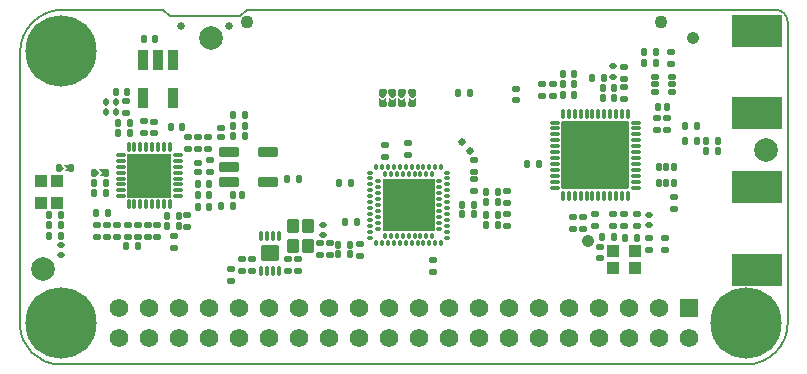
<source format=gbs>
G04*
G04 #@! TF.GenerationSoftware,Altium Limited,CircuitStudio,1.5.2 (30)*
G04*
G04 Layer_Color=8150272*
%FSLAX25Y25*%
%MOIN*%
G70*
G01*
G75*
%ADD53C,0.00500*%
G04:AMPARAMS|DCode=103|XSize=26.38mil|YSize=22.44mil|CornerRadius=6.3mil|HoleSize=0mil|Usage=FLASHONLY|Rotation=180.000|XOffset=0mil|YOffset=0mil|HoleType=Round|Shape=RoundedRectangle|*
%AMROUNDEDRECTD103*
21,1,0.02638,0.00984,0,0,180.0*
21,1,0.01378,0.02244,0,0,180.0*
1,1,0.01260,-0.00689,0.00492*
1,1,0.01260,0.00689,0.00492*
1,1,0.01260,0.00689,-0.00492*
1,1,0.01260,-0.00689,-0.00492*
%
%ADD103ROUNDEDRECTD103*%
G04:AMPARAMS|DCode=104|XSize=26.38mil|YSize=22.44mil|CornerRadius=6.3mil|HoleSize=0mil|Usage=FLASHONLY|Rotation=270.000|XOffset=0mil|YOffset=0mil|HoleType=Round|Shape=RoundedRectangle|*
%AMROUNDEDRECTD104*
21,1,0.02638,0.00984,0,0,270.0*
21,1,0.01378,0.02244,0,0,270.0*
1,1,0.01260,-0.00492,-0.00689*
1,1,0.01260,-0.00492,0.00689*
1,1,0.01260,0.00492,0.00689*
1,1,0.01260,0.00492,-0.00689*
%
%ADD104ROUNDEDRECTD104*%
%ADD107C,0.04137*%
G04:AMPARAMS|DCode=112|XSize=16.93mil|YSize=25.76mil|CornerRadius=2.09mil|HoleSize=0mil|Usage=FLASHONLY|Rotation=180.000|XOffset=0mil|YOffset=0mil|HoleType=Round|Shape=RoundedRectangle|*
%AMROUNDEDRECTD112*
21,1,0.01693,0.02158,0,0,180.0*
21,1,0.01276,0.02576,0,0,180.0*
1,1,0.00417,-0.00638,0.01079*
1,1,0.00417,0.00638,0.01079*
1,1,0.00417,0.00638,-0.01079*
1,1,0.00417,-0.00638,-0.01079*
%
%ADD112ROUNDEDRECTD112*%
G04:AMPARAMS|DCode=113|XSize=16.93mil|YSize=25.76mil|CornerRadius=2.09mil|HoleSize=0mil|Usage=FLASHONLY|Rotation=90.000|XOffset=0mil|YOffset=0mil|HoleType=Round|Shape=RoundedRectangle|*
%AMROUNDEDRECTD113*
21,1,0.01693,0.02158,0,0,90.0*
21,1,0.01276,0.02576,0,0,90.0*
1,1,0.00417,0.01079,0.00638*
1,1,0.00417,0.01079,-0.00638*
1,1,0.00417,-0.01079,-0.00638*
1,1,0.00417,-0.01079,0.00638*
%
%ADD113ROUNDEDRECTD113*%
G04:AMPARAMS|DCode=114|XSize=26.38mil|YSize=20.47mil|CornerRadius=5.81mil|HoleSize=0mil|Usage=FLASHONLY|Rotation=90.000|XOffset=0mil|YOffset=0mil|HoleType=Round|Shape=RoundedRectangle|*
%AMROUNDEDRECTD114*
21,1,0.02638,0.00886,0,0,90.0*
21,1,0.01476,0.02047,0,0,90.0*
1,1,0.01161,0.00443,0.00738*
1,1,0.01161,0.00443,-0.00738*
1,1,0.01161,-0.00443,-0.00738*
1,1,0.01161,-0.00443,0.00738*
%
%ADD114ROUNDEDRECTD114*%
G04:AMPARAMS|DCode=115|XSize=26.38mil|YSize=20.47mil|CornerRadius=5.81mil|HoleSize=0mil|Usage=FLASHONLY|Rotation=0.000|XOffset=0mil|YOffset=0mil|HoleType=Round|Shape=RoundedRectangle|*
%AMROUNDEDRECTD115*
21,1,0.02638,0.00886,0,0,0.0*
21,1,0.01476,0.02047,0,0,0.0*
1,1,0.01161,0.00738,-0.00443*
1,1,0.01161,-0.00738,-0.00443*
1,1,0.01161,-0.00738,0.00443*
1,1,0.01161,0.00738,0.00443*
%
%ADD115ROUNDEDRECTD115*%
%ADD118C,0.07874*%
%ADD119R,0.16796X0.10792*%
G04:AMPARAMS|DCode=122|XSize=24.41mil|YSize=20.47mil|CornerRadius=5.81mil|HoleSize=0mil|Usage=FLASHONLY|Rotation=90.000|XOffset=0mil|YOffset=0mil|HoleType=Round|Shape=RoundedRectangle|*
%AMROUNDEDRECTD122*
21,1,0.02441,0.00886,0,0,90.0*
21,1,0.01280,0.02047,0,0,90.0*
1,1,0.01161,0.00443,0.00640*
1,1,0.01161,0.00443,-0.00640*
1,1,0.01161,-0.00443,-0.00640*
1,1,0.01161,-0.00443,0.00640*
%
%ADD122ROUNDEDRECTD122*%
G04:AMPARAMS|DCode=123|XSize=24.41mil|YSize=20.47mil|CornerRadius=5.81mil|HoleSize=0mil|Usage=FLASHONLY|Rotation=180.000|XOffset=0mil|YOffset=0mil|HoleType=Round|Shape=RoundedRectangle|*
%AMROUNDEDRECTD123*
21,1,0.02441,0.00886,0,0,180.0*
21,1,0.01280,0.02047,0,0,180.0*
1,1,0.01161,-0.00640,0.00443*
1,1,0.01161,0.00640,0.00443*
1,1,0.01161,0.00640,-0.00443*
1,1,0.01161,-0.00640,-0.00443*
%
%ADD123ROUNDEDRECTD123*%
%ADD137C,0.23748*%
%ADD138R,0.06206X0.06206*%
%ADD139C,0.06206*%
%ADD140C,0.02662*%
%ADD142C,0.04300*%
G04:AMPARAMS|DCode=143|XSize=68mil|YSize=33mil|CornerRadius=4.5mil|HoleSize=0mil|Usage=FLASHONLY|Rotation=180.000|XOffset=0mil|YOffset=0mil|HoleType=Round|Shape=RoundedRectangle|*
%AMROUNDEDRECTD143*
21,1,0.06800,0.02400,0,0,180.0*
21,1,0.05900,0.03300,0,0,180.0*
1,1,0.00900,-0.02950,0.01200*
1,1,0.00900,0.02950,0.01200*
1,1,0.00900,0.02950,-0.01200*
1,1,0.00900,-0.02950,-0.01200*
%
%ADD143ROUNDEDRECTD143*%
G04:AMPARAMS|DCode=144|XSize=38.19mil|YSize=46.06mil|CornerRadius=2.26mil|HoleSize=0mil|Usage=FLASHONLY|Rotation=0.000|XOffset=0mil|YOffset=0mil|HoleType=Round|Shape=RoundedRectangle|*
%AMROUNDEDRECTD144*
21,1,0.03819,0.04154,0,0,0.0*
21,1,0.03366,0.04606,0,0,0.0*
1,1,0.00453,0.01683,-0.02077*
1,1,0.00453,-0.01683,-0.02077*
1,1,0.00453,-0.01683,0.02077*
1,1,0.00453,0.01683,0.02077*
%
%ADD144ROUNDEDRECTD144*%
G04:AMPARAMS|DCode=145|XSize=67.96mil|YSize=32.92mil|CornerRadius=3mil|HoleSize=0mil|Usage=FLASHONLY|Rotation=90.000|XOffset=0mil|YOffset=0mil|HoleType=Round|Shape=RoundedRectangle|*
%AMROUNDEDRECTD145*
21,1,0.06796,0.02693,0,0,90.0*
21,1,0.06197,0.03292,0,0,90.0*
1,1,0.00599,0.01347,0.03098*
1,1,0.00599,0.01347,-0.03098*
1,1,0.00599,-0.01347,-0.03098*
1,1,0.00599,-0.01347,0.03098*
%
%ADD145ROUNDEDRECTD145*%
G04:AMPARAMS|DCode=146|XSize=26.38mil|YSize=20.47mil|CornerRadius=5.81mil|HoleSize=0mil|Usage=FLASHONLY|Rotation=225.000|XOffset=0mil|YOffset=0mil|HoleType=Round|Shape=RoundedRectangle|*
%AMROUNDEDRECTD146*
21,1,0.02638,0.00886,0,0,225.0*
21,1,0.01476,0.02047,0,0,225.0*
1,1,0.01161,-0.00835,-0.00209*
1,1,0.01161,0.00209,0.00835*
1,1,0.01161,0.00835,0.00209*
1,1,0.01161,-0.00209,-0.00835*
%
%ADD146ROUNDEDRECTD146*%
G04:AMPARAMS|DCode=147|XSize=28.59mil|YSize=16.78mil|CornerRadius=2.88mil|HoleSize=0mil|Usage=FLASHONLY|Rotation=90.000|XOffset=0mil|YOffset=0mil|HoleType=Round|Shape=RoundedRectangle|*
%AMROUNDEDRECTD147*
21,1,0.02859,0.01102,0,0,90.0*
21,1,0.02284,0.01678,0,0,90.0*
1,1,0.00576,0.00551,0.01142*
1,1,0.00576,0.00551,-0.01142*
1,1,0.00576,-0.00551,-0.01142*
1,1,0.00576,-0.00551,0.01142*
%
%ADD147ROUNDEDRECTD147*%
G04:AMPARAMS|DCode=148|XSize=28.59mil|YSize=16.78mil|CornerRadius=2.88mil|HoleSize=0mil|Usage=FLASHONLY|Rotation=180.000|XOffset=0mil|YOffset=0mil|HoleType=Round|Shape=RoundedRectangle|*
%AMROUNDEDRECTD148*
21,1,0.02859,0.01102,0,0,180.0*
21,1,0.02284,0.01678,0,0,180.0*
1,1,0.00576,-0.01142,0.00551*
1,1,0.00576,0.01142,0.00551*
1,1,0.00576,0.01142,-0.00551*
1,1,0.00576,-0.01142,-0.00551*
%
%ADD148ROUNDEDRECTD148*%
G04:AMPARAMS|DCode=149|XSize=31.53mil|YSize=13.81mil|CornerRadius=3.95mil|HoleSize=0mil|Usage=FLASHONLY|Rotation=270.000|XOffset=0mil|YOffset=0mil|HoleType=Round|Shape=RoundedRectangle|*
%AMROUNDEDRECTD149*
21,1,0.03153,0.00591,0,0,270.0*
21,1,0.02363,0.01381,0,0,270.0*
1,1,0.00791,-0.00295,-0.01181*
1,1,0.00791,-0.00295,0.01181*
1,1,0.00791,0.00295,0.01181*
1,1,0.00791,0.00295,-0.01181*
%
%ADD149ROUNDEDRECTD149*%
G04:AMPARAMS|DCode=150|XSize=59.09mil|YSize=55.15mil|CornerRadius=6.32mil|HoleSize=0mil|Usage=FLASHONLY|Rotation=180.000|XOffset=0mil|YOffset=0mil|HoleType=Round|Shape=RoundedRectangle|*
%AMROUNDEDRECTD150*
21,1,0.05909,0.04252,0,0,180.0*
21,1,0.04646,0.05515,0,0,180.0*
1,1,0.01263,-0.02323,0.02126*
1,1,0.01263,0.02323,0.02126*
1,1,0.01263,0.02323,-0.02126*
1,1,0.01263,-0.02323,-0.02126*
%
%ADD150ROUNDEDRECTD150*%
G04:AMPARAMS|DCode=151|XSize=18.75mil|YSize=11.66mil|CornerRadius=2.37mil|HoleSize=0mil|Usage=FLASHONLY|Rotation=180.000|XOffset=0mil|YOffset=0mil|HoleType=Round|Shape=RoundedRectangle|*
%AMROUNDEDRECTD151*
21,1,0.01875,0.00693,0,0,180.0*
21,1,0.01402,0.01166,0,0,180.0*
1,1,0.00473,-0.00701,0.00347*
1,1,0.00473,0.00701,0.00347*
1,1,0.00473,0.00701,-0.00347*
1,1,0.00473,-0.00701,-0.00347*
%
%ADD151ROUNDEDRECTD151*%
G04:AMPARAMS|DCode=152|XSize=18.75mil|YSize=11.66mil|CornerRadius=2.37mil|HoleSize=0mil|Usage=FLASHONLY|Rotation=90.000|XOffset=0mil|YOffset=0mil|HoleType=Round|Shape=RoundedRectangle|*
%AMROUNDEDRECTD152*
21,1,0.01875,0.00693,0,0,90.0*
21,1,0.01402,0.01166,0,0,90.0*
1,1,0.00473,0.00347,0.00701*
1,1,0.00473,0.00347,-0.00701*
1,1,0.00473,-0.00347,-0.00701*
1,1,0.00473,-0.00347,0.00701*
%
%ADD152ROUNDEDRECTD152*%
G04:AMPARAMS|DCode=153|XSize=176.23mil|YSize=176.23mil|CornerRadius=5.83mil|HoleSize=0mil|Usage=FLASHONLY|Rotation=180.000|XOffset=0mil|YOffset=0mil|HoleType=Round|Shape=RoundedRectangle|*
%AMROUNDEDRECTD153*
21,1,0.17623,0.16457,0,0,180.0*
21,1,0.16457,0.17623,0,0,180.0*
1,1,0.01166,-0.08228,0.08228*
1,1,0.01166,0.08228,0.08228*
1,1,0.01166,0.08228,-0.08228*
1,1,0.01166,-0.08228,-0.08228*
%
%ADD153ROUNDEDRECTD153*%
G04:AMPARAMS|DCode=154|XSize=36.47mil|YSize=14.81mil|CornerRadius=6.22mil|HoleSize=0mil|Usage=FLASHONLY|Rotation=180.000|XOffset=0mil|YOffset=0mil|HoleType=Round|Shape=RoundedRectangle|*
%AMROUNDEDRECTD154*
21,1,0.03647,0.00236,0,0,180.0*
21,1,0.02402,0.01481,0,0,180.0*
1,1,0.01245,-0.01201,0.00118*
1,1,0.01245,0.01201,0.00118*
1,1,0.01245,0.01201,-0.00118*
1,1,0.01245,-0.01201,-0.00118*
%
%ADD154ROUNDEDRECTD154*%
G04:AMPARAMS|DCode=155|XSize=36.47mil|YSize=14.81mil|CornerRadius=6.22mil|HoleSize=0mil|Usage=FLASHONLY|Rotation=90.000|XOffset=0mil|YOffset=0mil|HoleType=Round|Shape=RoundedRectangle|*
%AMROUNDEDRECTD155*
21,1,0.03647,0.00236,0,0,90.0*
21,1,0.02402,0.01481,0,0,90.0*
1,1,0.01245,0.00118,0.01201*
1,1,0.01245,0.00118,-0.01201*
1,1,0.01245,-0.00118,-0.01201*
1,1,0.01245,-0.00118,0.01201*
%
%ADD155ROUNDEDRECTD155*%
G04:AMPARAMS|DCode=156|XSize=227.41mil|YSize=227.41mil|CornerRadius=7.11mil|HoleSize=0mil|Usage=FLASHONLY|Rotation=90.000|XOffset=0mil|YOffset=0mil|HoleType=Round|Shape=RoundedRectangle|*
%AMROUNDEDRECTD156*
21,1,0.22741,0.21319,0,0,90.0*
21,1,0.21319,0.22741,0,0,90.0*
1,1,0.01422,0.10659,0.10659*
1,1,0.01422,0.10659,-0.10659*
1,1,0.01422,-0.10659,-0.10659*
1,1,0.01422,-0.10659,0.10659*
%
%ADD156ROUNDEDRECTD156*%
%ADD157R,0.14867X0.14867*%
%ADD158O,0.03450X0.01284*%
%ADD159O,0.01284X0.03450*%
G04:AMPARAMS|DCode=160|XSize=42.37mil|YSize=40.4mil|CornerRadius=3.37mil|HoleSize=0mil|Usage=FLASHONLY|Rotation=180.000|XOffset=0mil|YOffset=0mil|HoleType=Round|Shape=RoundedRectangle|*
%AMROUNDEDRECTD160*
21,1,0.04237,0.03366,0,0,180.0*
21,1,0.03563,0.04040,0,0,180.0*
1,1,0.00674,-0.01782,0.01683*
1,1,0.00674,0.01782,0.01683*
1,1,0.00674,0.01782,-0.01683*
1,1,0.00674,-0.01782,-0.01683*
%
%ADD160ROUNDEDRECTD160*%
G04:AMPARAMS|DCode=161|XSize=42.37mil|YSize=40.4mil|CornerRadius=3.37mil|HoleSize=0mil|Usage=FLASHONLY|Rotation=90.000|XOffset=0mil|YOffset=0mil|HoleType=Round|Shape=RoundedRectangle|*
%AMROUNDEDRECTD161*
21,1,0.04237,0.03366,0,0,90.0*
21,1,0.03563,0.04040,0,0,90.0*
1,1,0.00674,0.01683,0.01782*
1,1,0.00674,0.01683,-0.01782*
1,1,0.00674,-0.01683,-0.01782*
1,1,0.00674,-0.01683,0.01782*
%
%ADD161ROUNDEDRECTD161*%
G36*
X1051006Y763781D02*
X1049306D01*
Y763881D01*
X1050206Y764781D01*
Y765081D01*
X1049306Y765981D01*
Y766081D01*
X1051006D01*
Y763781D01*
D02*
G37*
G36*
X1156676Y786681D02*
X1154376D01*
Y788381D01*
X1154476D01*
X1155376Y787481D01*
X1155676D01*
X1156576Y788381D01*
X1156676D01*
Y786681D01*
D02*
G37*
G36*
X1159876D02*
X1157576D01*
Y788381D01*
X1157676D01*
X1158576Y787481D01*
X1158876D01*
X1159776Y788381D01*
X1159876D01*
Y786681D01*
D02*
G37*
G36*
X1060946Y763551D02*
Y763251D01*
X1059946Y762251D01*
X1059146D01*
Y764551D01*
X1059946D01*
X1060946Y763551D01*
D02*
G37*
G36*
X1062706Y762251D02*
X1061006D01*
Y762351D01*
X1061906Y763251D01*
Y763551D01*
X1061006Y764451D01*
Y764551D01*
X1062706D01*
Y762251D01*
D02*
G37*
G36*
X1049246Y765081D02*
Y764781D01*
X1048246Y763781D01*
X1047446D01*
Y766081D01*
X1048246D01*
X1049246Y765081D01*
D02*
G37*
G36*
X1159876Y789281D02*
X1158876Y788281D01*
X1158576D01*
X1157576Y789281D01*
Y790081D01*
X1159876D01*
Y789281D01*
D02*
G37*
G36*
X1163076D02*
X1162076Y788281D01*
X1161776D01*
X1160776Y789281D01*
Y790081D01*
X1163076D01*
Y789281D01*
D02*
G37*
G36*
X1166476D02*
X1165476Y788281D01*
X1165176D01*
X1164176Y789281D01*
Y790081D01*
X1166476D01*
Y789281D01*
D02*
G37*
G36*
X1163076Y786681D02*
X1160776D01*
Y788381D01*
X1160876D01*
X1161776Y787481D01*
X1162076D01*
X1162976Y788381D01*
X1163076D01*
Y786681D01*
D02*
G37*
G36*
X1166476D02*
X1164176D01*
Y788381D01*
X1164276D01*
X1165176Y787481D01*
X1165476D01*
X1166376Y788381D01*
X1166476D01*
Y786681D01*
D02*
G37*
G36*
X1156676Y789281D02*
X1155676Y788281D01*
X1155376D01*
X1154376Y789281D01*
Y790081D01*
X1156676D01*
Y789281D01*
D02*
G37*
D53*
X1290528Y813564D02*
G03*
X1286362Y817730I-4166J0D01*
G01*
X1048995D02*
G03*
X1034623Y803358I0J-14372D01*
G01*
X1034623Y712769D02*
G03*
X1047891Y699502I13268J0D01*
G01*
X1276749Y699502D02*
G03*
X1290528Y713281I0J13780D01*
G01*
X1107961Y815466D02*
X1110224Y817730D01*
X1048995D02*
X1082327D01*
X1084591Y815466D01*
X1290528Y767631D02*
Y813564D01*
X1110224Y817730D02*
X1286362D01*
X1290528Y713281D02*
Y718006D01*
X1034623Y796470D02*
Y803358D01*
X1084591Y815466D02*
X1107961D01*
X1290528Y718006D02*
Y767631D01*
X1034623Y712769D02*
X1034623Y796470D01*
X1047891Y699502D02*
X1276749Y699502D01*
D103*
X1251631Y803557D02*
D03*
Y799620D02*
D03*
X1250253Y781509D02*
D03*
Y777572D02*
D03*
X1236070Y745635D02*
D03*
Y749572D02*
D03*
X1252676Y751413D02*
D03*
Y755350D02*
D03*
X1069876Y783313D02*
D03*
Y787250D02*
D03*
X1090410Y749226D02*
D03*
Y745289D02*
D03*
X1227976Y734813D02*
D03*
Y738750D02*
D03*
X1080322Y746027D02*
D03*
Y742090D02*
D03*
X1077172Y746027D02*
D03*
Y742090D02*
D03*
X1070479D02*
D03*
Y746027D02*
D03*
X1079239Y776490D02*
D03*
Y780427D02*
D03*
X1076076Y776513D02*
D03*
Y780450D02*
D03*
X1060176Y742113D02*
D03*
Y746050D02*
D03*
X1164032Y769305D02*
D03*
Y773242D02*
D03*
X1172376Y730213D02*
D03*
Y734150D02*
D03*
X1147876Y735613D02*
D03*
Y739550D02*
D03*
X1156175Y772664D02*
D03*
Y768727D02*
D03*
X1097376Y771213D02*
D03*
Y775150D02*
D03*
X1208708Y792879D02*
D03*
Y788942D02*
D03*
X1212251D02*
D03*
Y792879D02*
D03*
X1232330Y745635D02*
D03*
Y749572D02*
D03*
X1222276Y748650D02*
D03*
Y744713D02*
D03*
X1247103Y781509D02*
D03*
Y777572D02*
D03*
X1236076Y791850D02*
D03*
Y787913D02*
D03*
X1240204Y749572D02*
D03*
Y745635D02*
D03*
X1244141Y737761D02*
D03*
Y741698D02*
D03*
X1111976Y734680D02*
D03*
Y730743D02*
D03*
X1090776Y771213D02*
D03*
Y775150D02*
D03*
X1085876Y742350D02*
D03*
Y738413D02*
D03*
X1199991Y791421D02*
D03*
Y787484D02*
D03*
X1134506Y735983D02*
D03*
Y739920D02*
D03*
X1137806Y736003D02*
D03*
Y739940D02*
D03*
X1236076Y794613D02*
D03*
Y798550D02*
D03*
D104*
X1182007Y752681D02*
D03*
X1185944D02*
D03*
Y749481D02*
D03*
X1182007D02*
D03*
X1105642Y775662D02*
D03*
X1109579D02*
D03*
X1105666Y779049D02*
D03*
X1109603D02*
D03*
X1105666Y782494D02*
D03*
X1109603D02*
D03*
X1075843Y807887D02*
D03*
X1079780D02*
D03*
X1123678Y761234D02*
D03*
X1127615D02*
D03*
X1093855Y752080D02*
D03*
X1097792D02*
D03*
X1093855Y755919D02*
D03*
X1097792D02*
D03*
X1071144Y779981D02*
D03*
X1067207D02*
D03*
X1071144Y776581D02*
D03*
X1067207D02*
D03*
X1088744Y778681D02*
D03*
X1084807D02*
D03*
X1093855Y759757D02*
D03*
X1097792D02*
D03*
X1070085Y738940D02*
D03*
X1074022D02*
D03*
X1063944Y750081D02*
D03*
X1060007D02*
D03*
X1063144Y756681D02*
D03*
X1059207D02*
D03*
X1059209Y760053D02*
D03*
X1063146D02*
D03*
X1147044Y747081D02*
D03*
X1143107D02*
D03*
X1141007Y759781D02*
D03*
X1144944D02*
D03*
X1219444Y796381D02*
D03*
X1215507D02*
D03*
X1228807Y788181D02*
D03*
X1232744D02*
D03*
X1228807Y791681D02*
D03*
X1232744D02*
D03*
X1215507Y792781D02*
D03*
X1219444D02*
D03*
X1215507Y789181D02*
D03*
X1219444D02*
D03*
X1225207Y794981D02*
D03*
X1229144D02*
D03*
X1203787Y766305D02*
D03*
X1207724D02*
D03*
X1228590Y741895D02*
D03*
X1232527D02*
D03*
X1236267Y741698D02*
D03*
X1240204D02*
D03*
X1063144Y763381D02*
D03*
X1059207D02*
D03*
X1044407Y745781D02*
D03*
X1048344D02*
D03*
X1044407Y742381D02*
D03*
X1048344D02*
D03*
X1066507Y790381D02*
D03*
X1070444D02*
D03*
X1044407Y749181D02*
D03*
X1048344D02*
D03*
X1184544Y790081D02*
D03*
X1180607D02*
D03*
D107*
X1223876Y740681D02*
D03*
X1259076Y808281D02*
D03*
D112*
X1250176Y785281D02*
D03*
X1247176D02*
D03*
X1108676Y755781D02*
D03*
X1105676D02*
D03*
D113*
X1094076Y766481D02*
D03*
Y763481D02*
D03*
X1101676Y778281D02*
D03*
Y775281D02*
D03*
D114*
X1144576Y736181D02*
D03*
X1140576D02*
D03*
X1087587Y749029D02*
D03*
X1083587D02*
D03*
X1144566Y739411D02*
D03*
X1140566D02*
D03*
X1194059Y745870D02*
D03*
X1190059D02*
D03*
X1105776Y752281D02*
D03*
X1101776D02*
D03*
X1087587Y745486D02*
D03*
X1083587D02*
D03*
X1194059Y749118D02*
D03*
X1190059D02*
D03*
X1194035Y753557D02*
D03*
X1190035D02*
D03*
X1194059Y756795D02*
D03*
X1190059D02*
D03*
X1263176Y773881D02*
D03*
X1267176D02*
D03*
X1263176Y770581D02*
D03*
X1267176D02*
D03*
X1256176Y773981D02*
D03*
X1260176D02*
D03*
X1256176Y778981D02*
D03*
X1260176D02*
D03*
X1047556Y764911D02*
D03*
X1051556D02*
D03*
X1242776Y803581D02*
D03*
X1246776D02*
D03*
X1242776Y800081D02*
D03*
X1246776D02*
D03*
D115*
X1097976Y763581D02*
D03*
Y767581D02*
D03*
X1226425Y749604D02*
D03*
Y745604D02*
D03*
X1063576Y742081D02*
D03*
Y746081D02*
D03*
X1094076Y771181D02*
D03*
Y775181D02*
D03*
X1067076Y746081D02*
D03*
Y742081D02*
D03*
X1073876D02*
D03*
Y746081D02*
D03*
X1104976Y731281D02*
D03*
Y727281D02*
D03*
X1185953Y761245D02*
D03*
Y757245D02*
D03*
X1186080Y767761D02*
D03*
Y763761D02*
D03*
X1218876Y744681D02*
D03*
Y748681D02*
D03*
X1196956Y749566D02*
D03*
Y745566D02*
D03*
X1196956Y757243D02*
D03*
Y753243D02*
D03*
X1155536Y790411D02*
D03*
Y786411D02*
D03*
X1158716Y790391D02*
D03*
Y786391D02*
D03*
X1161956Y790401D02*
D03*
Y786401D02*
D03*
X1165316Y790401D02*
D03*
Y786401D02*
D03*
X1108586Y730741D02*
D03*
Y734741D02*
D03*
X1127216Y730671D02*
D03*
Y734671D02*
D03*
X1124026Y730711D02*
D03*
Y734711D02*
D03*
X1249476Y741681D02*
D03*
Y737681D02*
D03*
D118*
X1042280Y731214D02*
D03*
X1098136Y808401D02*
D03*
X1283127Y770886D02*
D03*
D119*
X1280174Y783114D02*
D03*
Y810614D02*
D03*
Y730948D02*
D03*
Y758448D02*
D03*
D122*
X1066549Y786981D02*
D03*
X1063203D02*
D03*
X1066549Y783681D02*
D03*
X1063203D02*
D03*
D123*
X1232330Y795439D02*
D03*
Y798785D02*
D03*
X1244141Y749277D02*
D03*
Y745931D02*
D03*
X1048275Y736007D02*
D03*
Y739354D02*
D03*
X1135766Y745880D02*
D03*
Y742534D02*
D03*
D137*
X1276749Y713281D02*
D03*
X1048402Y803832D02*
D03*
Y713281D02*
D03*
D138*
X1257576Y718281D02*
D03*
D139*
Y708281D02*
D03*
X1247576Y718281D02*
D03*
Y708281D02*
D03*
X1237576Y718281D02*
D03*
Y708281D02*
D03*
X1227576Y718281D02*
D03*
Y708281D02*
D03*
X1217576Y718281D02*
D03*
Y708281D02*
D03*
X1207576Y718281D02*
D03*
Y708281D02*
D03*
X1197576Y718281D02*
D03*
Y708281D02*
D03*
X1187576Y718281D02*
D03*
Y708281D02*
D03*
X1177576Y718281D02*
D03*
Y708281D02*
D03*
X1167576Y718281D02*
D03*
Y708281D02*
D03*
X1157576Y718281D02*
D03*
Y708281D02*
D03*
X1147576Y718281D02*
D03*
Y708281D02*
D03*
X1137576Y718281D02*
D03*
Y708281D02*
D03*
X1127576Y718281D02*
D03*
Y708281D02*
D03*
X1117576Y718281D02*
D03*
Y708281D02*
D03*
X1107576Y718281D02*
D03*
Y708281D02*
D03*
X1067576D02*
D03*
Y718281D02*
D03*
X1077576Y708281D02*
D03*
Y718281D02*
D03*
X1087576Y708281D02*
D03*
Y718281D02*
D03*
X1097576Y708281D02*
D03*
Y718281D02*
D03*
D140*
X1088403Y812331D02*
D03*
X1104348D02*
D03*
D142*
X1248276Y813561D02*
D03*
X1110176D02*
D03*
D143*
X1117333Y770368D02*
D03*
Y760368D02*
D03*
X1104433Y770368D02*
D03*
Y765368D02*
D03*
Y760368D02*
D03*
D144*
X1130735Y738935D02*
D03*
X1125616D02*
D03*
Y745627D02*
D03*
X1130735D02*
D03*
D145*
X1075792Y788250D02*
D03*
X1085792D02*
D03*
X1075792Y801006D02*
D03*
X1085792D02*
D03*
X1080792D02*
D03*
D146*
X1184738Y770646D02*
D03*
X1181909Y773475D02*
D03*
D147*
X1247517Y765437D02*
D03*
X1250076D02*
D03*
X1252635D02*
D03*
X1247517Y759925D02*
D03*
X1250076D02*
D03*
X1252635D02*
D03*
D148*
X1246320Y790222D02*
D03*
Y792781D02*
D03*
Y795340D02*
D03*
X1251832Y790222D02*
D03*
Y792781D02*
D03*
Y795340D02*
D03*
D149*
X1114983Y742417D02*
D03*
X1116952D02*
D03*
X1118920D02*
D03*
X1120889D02*
D03*
Y730605D02*
D03*
X1118920D02*
D03*
X1116952D02*
D03*
X1114983D02*
D03*
D150*
X1117936Y736511D02*
D03*
D151*
X1176971Y763428D02*
D03*
Y761459D02*
D03*
Y759491D02*
D03*
Y757522D02*
D03*
Y755554D02*
D03*
Y753585D02*
D03*
Y751617D02*
D03*
Y749648D02*
D03*
Y747680D02*
D03*
Y745711D02*
D03*
Y743743D02*
D03*
Y741774D02*
D03*
X1151380D02*
D03*
Y743743D02*
D03*
Y745711D02*
D03*
Y747680D02*
D03*
Y749648D02*
D03*
Y751617D02*
D03*
Y753585D02*
D03*
Y755554D02*
D03*
Y757522D02*
D03*
Y759491D02*
D03*
Y761459D02*
D03*
Y763428D02*
D03*
X1174412Y760475D02*
D03*
Y758507D02*
D03*
Y756538D02*
D03*
Y754570D02*
D03*
Y752601D02*
D03*
Y750633D02*
D03*
Y748664D02*
D03*
Y746696D02*
D03*
Y744727D02*
D03*
X1153939D02*
D03*
Y746696D02*
D03*
Y748664D02*
D03*
Y750633D02*
D03*
Y752601D02*
D03*
Y754570D02*
D03*
Y756538D02*
D03*
Y758507D02*
D03*
Y760475D02*
D03*
D152*
X1175002Y739806D02*
D03*
X1173034D02*
D03*
X1171065D02*
D03*
X1169097D02*
D03*
X1167128D02*
D03*
X1165160D02*
D03*
X1163191D02*
D03*
X1161223D02*
D03*
X1159254D02*
D03*
X1157286D02*
D03*
X1155317D02*
D03*
X1153349D02*
D03*
Y765396D02*
D03*
X1155317D02*
D03*
X1157286D02*
D03*
X1159254D02*
D03*
X1161223D02*
D03*
X1163191D02*
D03*
X1165160D02*
D03*
X1167128D02*
D03*
X1169097D02*
D03*
X1171065D02*
D03*
X1173034D02*
D03*
X1175002D02*
D03*
X1172050Y742365D02*
D03*
X1170081D02*
D03*
X1168113D02*
D03*
X1166144D02*
D03*
X1164176D02*
D03*
X1162207D02*
D03*
X1160239D02*
D03*
X1158270D02*
D03*
X1156302D02*
D03*
Y762837D02*
D03*
X1158270D02*
D03*
X1160239D02*
D03*
X1162207D02*
D03*
X1164176D02*
D03*
X1166144D02*
D03*
X1168113D02*
D03*
X1170081D02*
D03*
X1172050D02*
D03*
D153*
X1164176Y752601D02*
D03*
D154*
X1240007Y780084D02*
D03*
Y778116D02*
D03*
Y776147D02*
D03*
Y774179D02*
D03*
Y772210D02*
D03*
Y770242D02*
D03*
Y768273D02*
D03*
Y766305D02*
D03*
Y764336D02*
D03*
Y762368D02*
D03*
Y760399D02*
D03*
Y758431D02*
D03*
X1212842D02*
D03*
Y760399D02*
D03*
Y762368D02*
D03*
Y764336D02*
D03*
Y766305D02*
D03*
Y768273D02*
D03*
Y770242D02*
D03*
Y772210D02*
D03*
Y774179D02*
D03*
Y776147D02*
D03*
Y778116D02*
D03*
Y780084D02*
D03*
D155*
X1237251Y755675D02*
D03*
X1235283D02*
D03*
X1233314D02*
D03*
X1231346D02*
D03*
X1229377D02*
D03*
X1227409D02*
D03*
X1225440D02*
D03*
X1223472D02*
D03*
X1221503D02*
D03*
X1219535D02*
D03*
X1217566D02*
D03*
X1215598D02*
D03*
Y782840D02*
D03*
X1217566D02*
D03*
X1219535D02*
D03*
X1221503D02*
D03*
X1223472D02*
D03*
X1225440D02*
D03*
X1227409D02*
D03*
X1229377D02*
D03*
X1231346D02*
D03*
X1233314D02*
D03*
X1235283D02*
D03*
X1237251D02*
D03*
D156*
X1226425Y769257D02*
D03*
D157*
X1077713Y762415D02*
D03*
D158*
X1087261Y755525D02*
D03*
Y757494D02*
D03*
Y759462D02*
D03*
Y761431D02*
D03*
Y763399D02*
D03*
Y765368D02*
D03*
Y767336D02*
D03*
Y769305D02*
D03*
X1068166D02*
D03*
Y767336D02*
D03*
Y765368D02*
D03*
Y763399D02*
D03*
Y761431D02*
D03*
Y759462D02*
D03*
Y757494D02*
D03*
Y755525D02*
D03*
D159*
X1084603Y771962D02*
D03*
X1082635D02*
D03*
X1080666D02*
D03*
X1078698D02*
D03*
X1076729D02*
D03*
X1074761D02*
D03*
X1072792D02*
D03*
X1070824D02*
D03*
Y752868D02*
D03*
X1072792D02*
D03*
X1074761D02*
D03*
X1076729D02*
D03*
X1078698D02*
D03*
X1080666D02*
D03*
X1082635D02*
D03*
X1084603D02*
D03*
D160*
X1232434Y737237D02*
D03*
Y731725D02*
D03*
X1239717D02*
D03*
Y737237D02*
D03*
D161*
X1047031Y760723D02*
D03*
X1041520D02*
D03*
Y753439D02*
D03*
X1047031D02*
D03*
M02*

</source>
